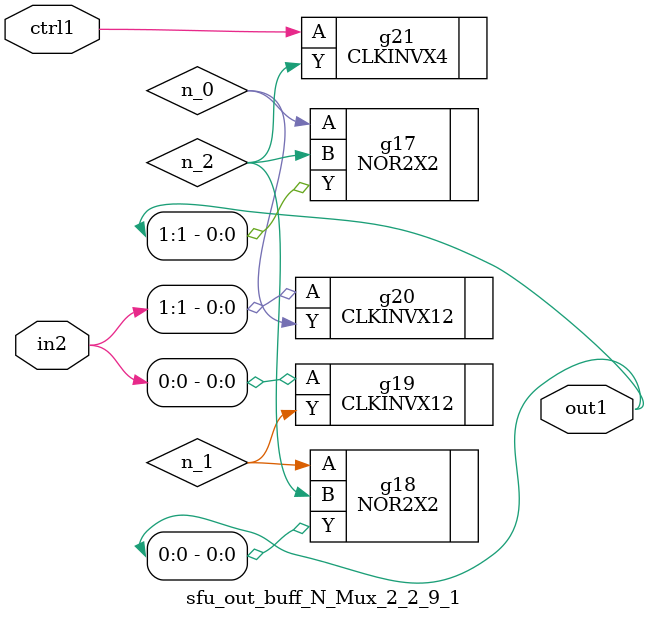
<source format=v>
`timescale 1ps / 1ps


module sfu_out_buff_N_Mux_2_2_9_1(in2, ctrl1, out1);
  input [1:0] in2;
  input ctrl1;
  output [1:0] out1;
  wire [1:0] in2;
  wire ctrl1;
  wire [1:0] out1;
  wire n_0, n_1, n_2;
  NOR2X2 g17(.A (n_0), .B (n_2), .Y (out1[1]));
  NOR2X2 g18(.A (n_1), .B (n_2), .Y (out1[0]));
  CLKINVX12 g19(.A (in2[0]), .Y (n_1));
  CLKINVX12 g20(.A (in2[1]), .Y (n_0));
  CLKINVX4 g21(.A (ctrl1), .Y (n_2));
endmodule



</source>
